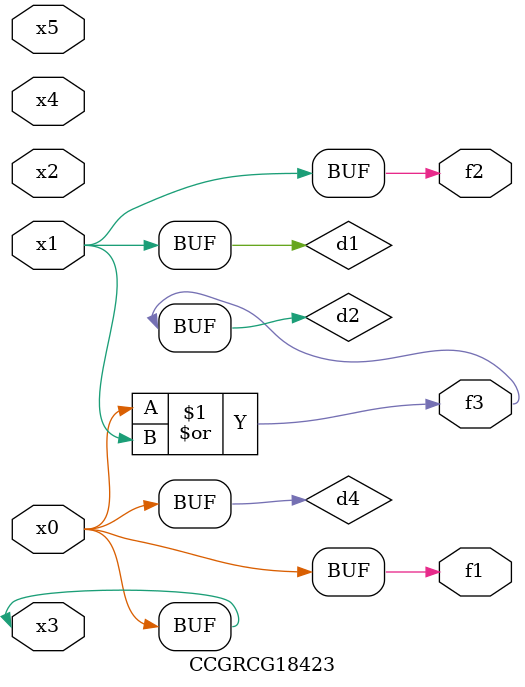
<source format=v>
module CCGRCG18423(
	input x0, x1, x2, x3, x4, x5,
	output f1, f2, f3
);

	wire d1, d2, d3, d4;

	and (d1, x1);
	or (d2, x0, x1);
	nand (d3, x0, x5);
	buf (d4, x0, x3);
	assign f1 = d4;
	assign f2 = d1;
	assign f3 = d2;
endmodule

</source>
